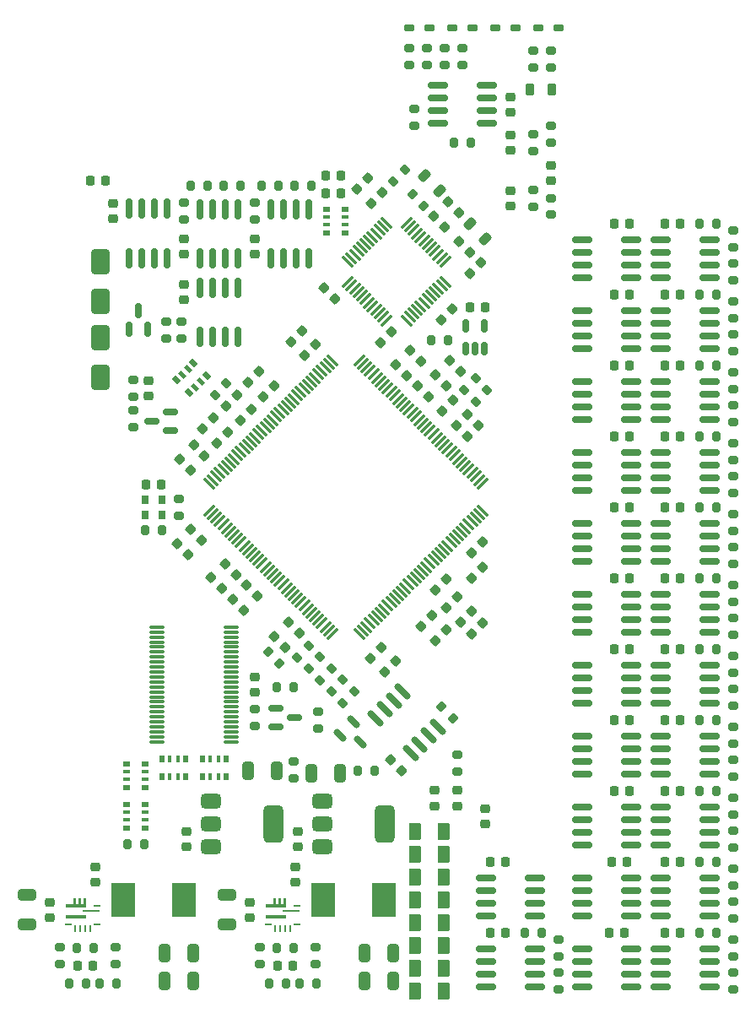
<source format=gbr>
%TF.GenerationSoftware,KiCad,Pcbnew,8.0.5*%
%TF.CreationDate,2025-02-16T21:21:17+01:00*%
%TF.ProjectId,stmbl-fpga-master,73746d62-6c2d-4667-9067-612d6d617374,rev?*%
%TF.SameCoordinates,Original*%
%TF.FileFunction,Paste,Top*%
%TF.FilePolarity,Positive*%
%FSLAX46Y46*%
G04 Gerber Fmt 4.6, Leading zero omitted, Abs format (unit mm)*
G04 Created by KiCad (PCBNEW 8.0.5) date 2025-02-16 21:21:17*
%MOMM*%
%LPD*%
G01*
G04 APERTURE LIST*
G04 Aperture macros list*
%AMRoundRect*
0 Rectangle with rounded corners*
0 $1 Rounding radius*
0 $2 $3 $4 $5 $6 $7 $8 $9 X,Y pos of 4 corners*
0 Add a 4 corners polygon primitive as box body*
4,1,4,$2,$3,$4,$5,$6,$7,$8,$9,$2,$3,0*
0 Add four circle primitives for the rounded corners*
1,1,$1+$1,$2,$3*
1,1,$1+$1,$4,$5*
1,1,$1+$1,$6,$7*
1,1,$1+$1,$8,$9*
0 Add four rect primitives between the rounded corners*
20,1,$1+$1,$2,$3,$4,$5,0*
20,1,$1+$1,$4,$5,$6,$7,0*
20,1,$1+$1,$6,$7,$8,$9,0*
20,1,$1+$1,$8,$9,$2,$3,0*%
%AMRotRect*
0 Rectangle, with rotation*
0 The origin of the aperture is its center*
0 $1 length*
0 $2 width*
0 $3 Rotation angle, in degrees counterclockwise*
0 Add horizontal line*
21,1,$1,$2,0,0,$3*%
%AMFreePoly0*
4,1,43,0.169134,1.046194,0.185355,1.035355,0.196194,1.019134,0.200000,1.000000,0.200000,0.225000,0.700000,0.225000,0.735355,0.210355,0.750000,0.175000,0.750000,0.025000,0.735355,-0.010355,0.700000,-0.025000,0.200000,-0.025000,0.200000,-0.275000,0.700000,-0.275000,0.735355,-0.289645,0.750000,-0.325000,0.750000,-0.475000,0.735355,-0.510355,0.700000,-0.525000,0.200000,-0.525000,
0.200000,-0.775000,0.700000,-0.775000,0.735355,-0.789645,0.750000,-0.825000,0.750000,-0.975000,0.735355,-1.010355,0.700000,-1.025000,0.192274,-1.025000,0.185355,-1.035355,0.169134,-1.046194,0.150000,-1.050000,-0.150000,-1.050000,-0.169134,-1.046194,-0.185355,-1.035355,-0.196194,-1.019134,-0.200000,-1.000000,-0.200000,1.000000,-0.196194,1.019134,-0.185355,1.035355,-0.169134,1.046194,
-0.150000,1.050000,0.150000,1.050000,0.169134,1.046194,0.169134,1.046194,$1*%
G04 Aperture macros list end*
%ADD10RoundRect,0.075000X0.662500X0.075000X-0.662500X0.075000X-0.662500X-0.075000X0.662500X-0.075000X0*%
%ADD11RoundRect,0.150000X-0.825000X-0.150000X0.825000X-0.150000X0.825000X0.150000X-0.825000X0.150000X0*%
%ADD12RoundRect,0.200000X-0.053033X0.335876X-0.335876X0.053033X0.053033X-0.335876X0.335876X-0.053033X0*%
%ADD13RoundRect,0.225000X0.225000X0.250000X-0.225000X0.250000X-0.225000X-0.250000X0.225000X-0.250000X0*%
%ADD14RoundRect,0.225000X-0.335876X-0.017678X-0.017678X-0.335876X0.335876X0.017678X0.017678X0.335876X0*%
%ADD15RoundRect,0.225000X0.335876X0.017678X0.017678X0.335876X-0.335876X-0.017678X-0.017678X-0.335876X0*%
%ADD16RoundRect,0.200000X-0.275000X0.200000X-0.275000X-0.200000X0.275000X-0.200000X0.275000X0.200000X0*%
%ADD17RoundRect,0.225000X-0.250000X0.225000X-0.250000X-0.225000X0.250000X-0.225000X0.250000X0.225000X0*%
%ADD18RoundRect,0.200000X-0.200000X-0.275000X0.200000X-0.275000X0.200000X0.275000X-0.200000X0.275000X0*%
%ADD19RoundRect,0.225000X-0.017678X0.335876X-0.335876X0.017678X0.017678X-0.335876X0.335876X-0.017678X0*%
%ADD20RoundRect,0.225000X-0.225000X-0.250000X0.225000X-0.250000X0.225000X0.250000X-0.225000X0.250000X0*%
%ADD21RoundRect,0.200000X-0.335876X-0.053033X-0.053033X-0.335876X0.335876X0.053033X0.053033X0.335876X0*%
%ADD22RoundRect,0.225000X0.017678X-0.335876X0.335876X-0.017678X-0.017678X0.335876X-0.335876X0.017678X0*%
%ADD23RoundRect,0.250000X-0.375000X-0.625000X0.375000X-0.625000X0.375000X0.625000X-0.375000X0.625000X0*%
%ADD24RoundRect,0.250000X0.325000X0.650000X-0.325000X0.650000X-0.325000X-0.650000X0.325000X-0.650000X0*%
%ADD25RoundRect,0.200000X0.335876X0.053033X0.053033X0.335876X-0.335876X-0.053033X-0.053033X-0.335876X0*%
%ADD26RoundRect,0.218750X-0.256250X0.218750X-0.256250X-0.218750X0.256250X-0.218750X0.256250X0.218750X0*%
%ADD27RoundRect,0.200000X0.275000X-0.200000X0.275000X0.200000X-0.275000X0.200000X-0.275000X-0.200000X0*%
%ADD28RoundRect,0.150000X-0.521491X0.309359X0.309359X-0.521491X0.521491X-0.309359X-0.309359X0.521491X0*%
%ADD29RoundRect,0.200000X0.053033X-0.335876X0.335876X-0.053033X-0.053033X0.335876X-0.335876X0.053033X0*%
%ADD30RoundRect,0.187500X0.312500X0.187500X-0.312500X0.187500X-0.312500X-0.187500X0.312500X-0.187500X0*%
%ADD31RoundRect,0.150000X0.150000X-0.825000X0.150000X0.825000X-0.150000X0.825000X-0.150000X-0.825000X0*%
%ADD32RoundRect,0.375000X-0.625000X-0.375000X0.625000X-0.375000X0.625000X0.375000X-0.625000X0.375000X0*%
%ADD33RoundRect,0.500000X-0.500000X-1.400000X0.500000X-1.400000X0.500000X1.400000X-0.500000X1.400000X0*%
%ADD34R,2.350000X3.500000*%
%ADD35RoundRect,0.250000X-0.650000X0.325000X-0.650000X-0.325000X0.650000X-0.325000X0.650000X0.325000X0*%
%ADD36R,0.500000X0.800000*%
%ADD37R,0.400000X0.800000*%
%ADD38RoundRect,0.225000X0.250000X-0.225000X0.250000X0.225000X-0.250000X0.225000X-0.250000X-0.225000X0*%
%ADD39RoundRect,0.050000X0.075000X0.250000X-0.075000X0.250000X-0.075000X-0.250000X0.075000X-0.250000X0*%
%ADD40RoundRect,0.050000X0.250000X-0.075000X0.250000X0.075000X-0.250000X0.075000X-0.250000X-0.075000X0*%
%ADD41RoundRect,0.050000X0.800000X-0.075000X0.800000X0.075000X-0.800000X0.075000X-0.800000X-0.075000X0*%
%ADD42FreePoly0,90.000000*%
%ADD43RoundRect,0.050000X1.000000X-0.150000X1.000000X0.150000X-1.000000X0.150000X-1.000000X-0.150000X0*%
%ADD44RoundRect,0.150000X0.587500X0.150000X-0.587500X0.150000X-0.587500X-0.150000X0.587500X-0.150000X0*%
%ADD45RoundRect,0.150000X-0.587500X-0.150000X0.587500X-0.150000X0.587500X0.150000X-0.587500X0.150000X0*%
%ADD46RoundRect,0.200000X0.200000X0.275000X-0.200000X0.275000X-0.200000X-0.275000X0.200000X-0.275000X0*%
%ADD47RoundRect,0.150000X0.150000X-0.512500X0.150000X0.512500X-0.150000X0.512500X-0.150000X-0.512500X0*%
%ADD48RoundRect,0.150000X0.150000X-0.587500X0.150000X0.587500X-0.150000X0.587500X-0.150000X-0.587500X0*%
%ADD49R,0.800000X0.500000*%
%ADD50R,0.800000X0.400000*%
%ADD51RoundRect,0.250000X-0.650000X1.000000X-0.650000X-1.000000X0.650000X-1.000000X0.650000X1.000000X0*%
%ADD52RotRect,0.800000X0.500000X315.000000*%
%ADD53RotRect,0.800000X0.400000X315.000000*%
%ADD54RoundRect,0.250000X0.650000X-1.000000X0.650000X1.000000X-0.650000X1.000000X-0.650000X-1.000000X0*%
%ADD55RoundRect,0.075000X-0.521491X0.415425X0.415425X-0.521491X0.521491X-0.415425X-0.415425X0.521491X0*%
%ADD56RoundRect,0.075000X-0.521491X-0.415425X-0.415425X-0.521491X0.521491X0.415425X0.415425X0.521491X0*%
%ADD57R,0.650000X0.850000*%
%ADD58RoundRect,0.150000X-0.689429X0.477297X0.477297X-0.689429X0.689429X-0.477297X-0.477297X0.689429X0*%
%ADD59RoundRect,0.075000X0.521491X-0.415425X-0.415425X0.521491X-0.521491X0.415425X0.415425X-0.521491X0*%
%ADD60RoundRect,0.075000X0.521491X0.415425X0.415425X0.521491X-0.521491X-0.415425X-0.415425X-0.521491X0*%
%ADD61RoundRect,0.218750X-0.424264X-0.114905X-0.114905X-0.424264X0.424264X0.114905X0.114905X0.424264X0*%
%ADD62RoundRect,0.218750X0.218750X0.381250X-0.218750X0.381250X-0.218750X-0.381250X0.218750X-0.381250X0*%
G04 APERTURE END LIST*
D10*
%TO.C,U2401*%
X52762500Y-102806000D03*
X52762500Y-102306000D03*
X52762500Y-101806000D03*
X52762500Y-101306000D03*
X52762500Y-100806000D03*
X52762500Y-100306000D03*
X52762500Y-99806000D03*
X52762500Y-99306000D03*
X52762500Y-98806000D03*
X52762500Y-98306000D03*
X52762500Y-97806000D03*
X52762500Y-97306000D03*
X52762500Y-96806000D03*
X52762500Y-96306000D03*
X52762500Y-95806000D03*
X52762500Y-95306000D03*
X52762500Y-94806000D03*
X52762500Y-94306000D03*
X52762500Y-93806000D03*
X52762500Y-93306000D03*
X52762500Y-92806000D03*
X52762500Y-92306000D03*
X52762500Y-91806000D03*
X52762500Y-91306000D03*
X45337500Y-91306000D03*
X45337500Y-91806000D03*
X45337500Y-92306000D03*
X45337500Y-92806000D03*
X45337500Y-93306000D03*
X45337500Y-93806000D03*
X45337500Y-94306000D03*
X45337500Y-94806000D03*
X45337500Y-95306000D03*
X45337500Y-95806000D03*
X45337500Y-96306000D03*
X45337500Y-96806000D03*
X45337500Y-97306000D03*
X45337500Y-97806000D03*
X45337500Y-98306000D03*
X45337500Y-98806000D03*
X45337500Y-99306000D03*
X45337500Y-99806000D03*
X45337500Y-100306000D03*
X45337500Y-100806000D03*
X45337500Y-101306000D03*
X45337500Y-101806000D03*
X45337500Y-102306000D03*
X45337500Y-102806000D03*
%TD*%
D11*
%TO.C,U1802*%
X95851000Y-80927000D03*
X95851000Y-82197000D03*
X95851000Y-83467000D03*
X95851000Y-84737000D03*
X100801000Y-84737000D03*
X100801000Y-83467000D03*
X100801000Y-82197000D03*
X100801000Y-80927000D03*
%TD*%
D12*
%TO.C,R116*%
X63984363Y-96599637D03*
X62817637Y-97766363D03*
%TD*%
D13*
%TO.C,C2102*%
X97831000Y-121948000D03*
X96281000Y-121948000D03*
%TD*%
D11*
%TO.C,U1102*%
X95851000Y-73815000D03*
X95851000Y-75085000D03*
X95851000Y-76355000D03*
X95851000Y-77625000D03*
X100801000Y-77625000D03*
X100801000Y-76355000D03*
X100801000Y-75085000D03*
X100801000Y-73815000D03*
%TD*%
D14*
%TO.C,C126*%
X54343992Y-87109992D03*
X55440008Y-88206008D03*
%TD*%
D15*
%TO.C,C122*%
X48455008Y-84015008D03*
X47358992Y-82918992D03*
%TD*%
D16*
%TO.C,R1903*%
X103152000Y-97501000D03*
X103152000Y-99151000D03*
%TD*%
D17*
%TO.C,C2202*%
X48034000Y-52339000D03*
X48034000Y-53889000D03*
%TD*%
D16*
%TO.C,R106*%
X75466000Y-104105000D03*
X75466000Y-105755000D03*
%TD*%
%TO.C,R609*%
X83086000Y-47463000D03*
X83086000Y-49113000D03*
%TD*%
D13*
%TO.C,C207*%
X38903000Y-125250000D03*
X37353000Y-125250000D03*
%TD*%
D18*
%TO.C,R209*%
X59655000Y-127028000D03*
X61305000Y-127028000D03*
%TD*%
D19*
%TO.C,C120*%
X74363008Y-91554992D03*
X73266992Y-92651008D03*
%TD*%
D20*
%TO.C,C608*%
X62245000Y-47780000D03*
X63795000Y-47780000D03*
%TD*%
D14*
%TO.C,C609*%
X75646987Y-52591520D03*
X76743003Y-53687536D03*
%TD*%
D21*
%TO.C,R105*%
X73866637Y-99266637D03*
X75033363Y-100433363D03*
%TD*%
D22*
%TO.C,C119*%
X68186992Y-95826008D03*
X69283008Y-94729992D03*
%TD*%
D16*
%TO.C,R1703*%
X103152000Y-69053000D03*
X103152000Y-70703000D03*
%TD*%
D23*
%TO.C,F81*%
X71272000Y-111788000D03*
X74072000Y-111788000D03*
%TD*%
D13*
%TO.C,C703*%
X78273000Y-59210000D03*
X76723000Y-59210000D03*
%TD*%
D11*
%TO.C,U1302*%
X95851000Y-102263000D03*
X95851000Y-103533000D03*
X95851000Y-104803000D03*
X95851000Y-106073000D03*
X100801000Y-106073000D03*
X100801000Y-104803000D03*
X100801000Y-103533000D03*
X100801000Y-102263000D03*
%TD*%
D24*
%TO.C,C211*%
X69067000Y-123980000D03*
X66117000Y-123980000D03*
%TD*%
D18*
%TO.C,R207*%
X36541000Y-127028000D03*
X38191000Y-127028000D03*
%TD*%
D16*
%TO.C,R1502*%
X85626000Y-122647000D03*
X85626000Y-124297000D03*
%TD*%
D13*
%TO.C,C1302*%
X97831000Y-100612000D03*
X96281000Y-100612000D03*
%TD*%
D14*
%TO.C,C123*%
X52946992Y-88506992D03*
X54043008Y-89603008D03*
%TD*%
D20*
%TO.C,C610*%
X62245000Y-46002000D03*
X63795000Y-46002000D03*
%TD*%
D25*
%TO.C,R603*%
X72108624Y-49053158D03*
X70941898Y-47886432D03*
%TD*%
D22*
%TO.C,C115*%
X66789992Y-94429008D03*
X67886008Y-93332992D03*
%TD*%
D18*
%TO.C,R2202*%
X48733000Y-47018000D03*
X50383000Y-47018000D03*
%TD*%
%TO.C,R703*%
X72863000Y-62512000D03*
X74513000Y-62512000D03*
%TD*%
D11*
%TO.C,U2002*%
X95851000Y-109375000D03*
X95851000Y-110645000D03*
X95851000Y-111915000D03*
X95851000Y-113185000D03*
X100801000Y-113185000D03*
X100801000Y-111915000D03*
X100801000Y-110645000D03*
X100801000Y-109375000D03*
%TD*%
%TO.C,U1701*%
X87977000Y-66703000D03*
X87977000Y-67973000D03*
X87977000Y-69243000D03*
X87977000Y-70513000D03*
X92927000Y-70513000D03*
X92927000Y-69243000D03*
X92927000Y-67973000D03*
X92927000Y-66703000D03*
%TD*%
D26*
%TO.C,D6*%
X73180000Y-107698499D03*
X73180000Y-109273501D03*
%TD*%
D16*
%TO.C,R111*%
X47526000Y-78451000D03*
X47526000Y-80101000D03*
%TD*%
D27*
%TO.C,R108*%
X74196000Y-34889000D03*
X74196000Y-33239000D03*
%TD*%
D16*
%TO.C,R1803*%
X103152000Y-83277000D03*
X103152000Y-84927000D03*
%TD*%
D28*
%TO.C,U101*%
X65060839Y-100801336D03*
X63717336Y-102144839D03*
X65714913Y-102798913D03*
%TD*%
D16*
%TO.C,R1203*%
X103152000Y-90389000D03*
X103152000Y-92039000D03*
%TD*%
D11*
%TO.C,U1002*%
X95851000Y-59591000D03*
X95851000Y-60861000D03*
X95851000Y-62131000D03*
X95851000Y-63401000D03*
X100801000Y-63401000D03*
X100801000Y-62131000D03*
X100801000Y-60861000D03*
X100801000Y-59591000D03*
%TD*%
D18*
%TO.C,R2303*%
X59147000Y-47018000D03*
X60797000Y-47018000D03*
%TD*%
%TO.C,R1101*%
X99787000Y-72164000D03*
X101437000Y-72164000D03*
%TD*%
D16*
%TO.C,R1103*%
X103152000Y-76165000D03*
X103152000Y-77815000D03*
%TD*%
D29*
%TO.C,R112*%
X61674637Y-96623363D03*
X62841363Y-95456637D03*
%TD*%
D27*
%TO.C,R110*%
X70640000Y-34889000D03*
X70640000Y-33239000D03*
%TD*%
D13*
%TO.C,C1401*%
X92497000Y-114836000D03*
X90947000Y-114836000D03*
%TD*%
D16*
%TO.C,R1002*%
X103152000Y-58639000D03*
X103152000Y-60289000D03*
%TD*%
D11*
%TO.C,U602*%
X73499000Y-36985000D03*
X73499000Y-38255000D03*
X73499000Y-39525000D03*
X73499000Y-40795000D03*
X78449000Y-40795000D03*
X78449000Y-39525000D03*
X78449000Y-38255000D03*
X78449000Y-36985000D03*
%TD*%
D30*
%TO.C,D1*%
X70656000Y-31219200D03*
X72656000Y-31219200D03*
%TD*%
D22*
%TO.C,C107*%
X56018972Y-68211306D03*
X57114988Y-67115290D03*
%TD*%
D31*
%TO.C,U2201*%
X42573000Y-54306000D03*
X43843000Y-54306000D03*
X45113000Y-54306000D03*
X46383000Y-54306000D03*
X46383000Y-49356000D03*
X45113000Y-49356000D03*
X43843000Y-49356000D03*
X42573000Y-49356000D03*
%TD*%
D11*
%TO.C,U1602*%
X95851000Y-52479000D03*
X95851000Y-53749000D03*
X95851000Y-55019000D03*
X95851000Y-56289000D03*
X100801000Y-56289000D03*
X100801000Y-55019000D03*
X100801000Y-53749000D03*
X100801000Y-52479000D03*
%TD*%
%TO.C,U1201*%
X87977000Y-88039000D03*
X87977000Y-89309000D03*
X87977000Y-90579000D03*
X87977000Y-91849000D03*
X92927000Y-91849000D03*
X92927000Y-90579000D03*
X92927000Y-89309000D03*
X92927000Y-88039000D03*
%TD*%
D13*
%TO.C,C2002*%
X97831000Y-107724000D03*
X96281000Y-107724000D03*
%TD*%
D32*
%TO.C,U203*%
X50726000Y-108726000D03*
X50726000Y-111026000D03*
D33*
X57026000Y-111026000D03*
D32*
X50726000Y-113326000D03*
%TD*%
D13*
%TO.C,C1202*%
X97831000Y-86388000D03*
X96281000Y-86388000D03*
%TD*%
D17*
%TO.C,C2301*%
X48034000Y-56911000D03*
X48034000Y-58461000D03*
%TD*%
D13*
%TO.C,C208*%
X58969000Y-125250000D03*
X57419000Y-125250000D03*
%TD*%
D16*
%TO.C,R1902*%
X103152000Y-94199000D03*
X103152000Y-95849000D03*
%TD*%
D17*
%TO.C,C612*%
X80800000Y-41925000D03*
X80800000Y-43475000D03*
%TD*%
%TO.C,C2401*%
X55146000Y-96281000D03*
X55146000Y-97831000D03*
%TD*%
D15*
%TO.C,C128*%
X72561028Y-68211306D03*
X71465012Y-67115290D03*
%TD*%
D20*
%TO.C,C102*%
X38623000Y-46510000D03*
X40173000Y-46510000D03*
%TD*%
D27*
%TO.C,R104*%
X47780000Y-62321000D03*
X47780000Y-60671000D03*
%TD*%
D13*
%TO.C,C1902*%
X97831000Y-93500000D03*
X96281000Y-93500000D03*
%TD*%
D16*
%TO.C,R1403*%
X103152000Y-118837000D03*
X103152000Y-120487000D03*
%TD*%
D15*
%TO.C,C137*%
X51884008Y-87444008D03*
X50787992Y-86347992D03*
%TD*%
D11*
%TO.C,U1901*%
X87977000Y-95151000D03*
X87977000Y-96421000D03*
X87977000Y-97691000D03*
X87977000Y-98961000D03*
X92927000Y-98961000D03*
X92927000Y-97691000D03*
X92927000Y-96421000D03*
X92927000Y-95151000D03*
%TD*%
D14*
%TO.C,C603*%
X74569357Y-48640208D03*
X75665373Y-49736224D03*
%TD*%
D22*
%TO.C,C129*%
X54470992Y-66743008D03*
X55567008Y-65646992D03*
%TD*%
D11*
%TO.C,U1202*%
X95851000Y-88039000D03*
X95851000Y-89309000D03*
X95851000Y-90579000D03*
X95851000Y-91849000D03*
X100801000Y-91849000D03*
X100801000Y-90579000D03*
X100801000Y-89309000D03*
X100801000Y-88039000D03*
%TD*%
D22*
%TO.C,C110*%
X76493956Y-72162618D03*
X77589972Y-71066602D03*
%TD*%
D17*
%TO.C,C206*%
X59210000Y-115331000D03*
X59210000Y-116881000D03*
%TD*%
D19*
%TO.C,C607*%
X74946951Y-59416515D03*
X73850935Y-60512531D03*
%TD*%
D15*
%TO.C,C139*%
X75793920Y-65696834D03*
X74697904Y-64600818D03*
%TD*%
%TO.C,C133*%
X69918008Y-105732008D03*
X68821992Y-104635992D03*
%TD*%
D11*
%TO.C,U1801*%
X87977000Y-80927000D03*
X87977000Y-82197000D03*
X87977000Y-83467000D03*
X87977000Y-84737000D03*
X92927000Y-84737000D03*
X92927000Y-83467000D03*
X92927000Y-82197000D03*
X92927000Y-80927000D03*
%TD*%
D34*
%TO.C,L201*%
X41961000Y-118646000D03*
X48011000Y-118646000D03*
%TD*%
D16*
%TO.C,R1402*%
X103152000Y-115535000D03*
X103152000Y-117185000D03*
%TD*%
D19*
%TO.C,C116*%
X72966008Y-90157992D03*
X71869992Y-91254008D03*
%TD*%
D22*
%TO.C,C112*%
X75416325Y-71084988D03*
X76512341Y-69988972D03*
%TD*%
D17*
%TO.C,C203*%
X34572000Y-118887000D03*
X34572000Y-120437000D03*
%TD*%
D35*
%TO.C,C202*%
X52352000Y-118187000D03*
X52352000Y-121137000D03*
%TD*%
D16*
%TO.C,R2102*%
X103152000Y-122647000D03*
X103152000Y-124297000D03*
%TD*%
%TO.C,R1802*%
X103152000Y-79975000D03*
X103152000Y-81625000D03*
%TD*%
D36*
%TO.C,RN2402*%
X52282000Y-104538000D03*
D37*
X51482000Y-104538000D03*
X50682000Y-104538000D03*
D36*
X49882000Y-104538000D03*
X49882000Y-106338000D03*
D37*
X50682000Y-106338000D03*
X51482000Y-106338000D03*
D36*
X52282000Y-106338000D03*
%TD*%
D38*
%TO.C,C614*%
X80800000Y-49063000D03*
X80800000Y-47513000D03*
%TD*%
D23*
%TO.C,F82*%
X71272000Y-114074000D03*
X74072000Y-114074000D03*
%TD*%
D29*
%TO.C,R702*%
X76152637Y-67540363D03*
X77319363Y-66373637D03*
%TD*%
D34*
%TO.C,L202*%
X62027000Y-118646000D03*
X68077000Y-118646000D03*
%TD*%
D11*
%TO.C,U1101*%
X87977000Y-73815000D03*
X87977000Y-75085000D03*
X87977000Y-76355000D03*
X87977000Y-77625000D03*
X92927000Y-77625000D03*
X92927000Y-76355000D03*
X92927000Y-75085000D03*
X92927000Y-73815000D03*
%TD*%
D24*
%TO.C,C209*%
X49001000Y-123980000D03*
X46051000Y-123980000D03*
%TD*%
D22*
%TO.C,C135*%
X49912398Y-71444198D03*
X51008414Y-70348182D03*
%TD*%
D13*
%TO.C,C1002*%
X97831000Y-57940000D03*
X96281000Y-57940000D03*
%TD*%
D39*
%TO.C,U201*%
X37124000Y-121570000D03*
X37624000Y-121570000D03*
X38124000Y-121570000D03*
X38624000Y-121570000D03*
D40*
X39274000Y-121100000D03*
D41*
X38724000Y-119800000D03*
D40*
X39274000Y-119300000D03*
D42*
X37224000Y-119220000D03*
D43*
X37224000Y-120380000D03*
D40*
X36474000Y-121100000D03*
%TD*%
D18*
%TO.C,R1701*%
X99787000Y-65052000D03*
X101437000Y-65052000D03*
%TD*%
D27*
%TO.C,R604*%
X84864000Y-35143000D03*
X84864000Y-33493000D03*
%TD*%
D16*
%TO.C,R1702*%
X103152000Y-65751000D03*
X103152000Y-67401000D03*
%TD*%
D11*
%TO.C,U1402*%
X95851000Y-116487000D03*
X95851000Y-117757000D03*
X95851000Y-119027000D03*
X95851000Y-120297000D03*
X100801000Y-120297000D03*
X100801000Y-119027000D03*
X100801000Y-117757000D03*
X100801000Y-116487000D03*
%TD*%
D22*
%TO.C,C109*%
X58788992Y-62679008D03*
X59885008Y-61582992D03*
%TD*%
D25*
%TO.C,R114*%
X57634363Y-94972363D03*
X56467637Y-93805637D03*
%TD*%
D23*
%TO.C,F61*%
X71272000Y-123218000D03*
X74072000Y-123218000D03*
%TD*%
D27*
%TO.C,R2301*%
X55146000Y-50383000D03*
X55146000Y-48733000D03*
%TD*%
D44*
%TO.C,D102*%
X46685500Y-71590000D03*
X46685500Y-69690000D03*
X44810499Y-70640000D03*
%TD*%
D23*
%TO.C,F4*%
X71272000Y-125504000D03*
X74072000Y-125504000D03*
%TD*%
D38*
%TO.C,C213*%
X48288000Y-113325000D03*
X48288000Y-111775000D03*
%TD*%
D29*
%TO.C,R601*%
X51133637Y-68048363D03*
X52300363Y-66881637D03*
%TD*%
D17*
%TO.C,C205*%
X39144000Y-115331000D03*
X39144000Y-116881000D03*
%TD*%
D45*
%TO.C,Q2401*%
X57256500Y-99408000D03*
X57256500Y-101308000D03*
X59131500Y-100358000D03*
%TD*%
D13*
%TO.C,C2101*%
X92243000Y-121948000D03*
X90693000Y-121948000D03*
%TD*%
D18*
%TO.C,R206*%
X39589000Y-127028000D03*
X41239000Y-127028000D03*
%TD*%
D36*
%TO.C,RN2401*%
X48218000Y-104538000D03*
D37*
X47418000Y-104538000D03*
X46618000Y-104538000D03*
D36*
X45818000Y-104538000D03*
X45818000Y-106338000D03*
D37*
X46618000Y-106338000D03*
X47418000Y-106338000D03*
D36*
X48218000Y-106338000D03*
%TD*%
D16*
%TO.C,R1303*%
X103152000Y-104613000D03*
X103152000Y-106263000D03*
%TD*%
D46*
%TO.C,R2404*%
X44033000Y-113058000D03*
X42383000Y-113058000D03*
%TD*%
D18*
%TO.C,R1601*%
X99787000Y-50828000D03*
X101437000Y-50828000D03*
%TD*%
D13*
%TO.C,C1501*%
X80305000Y-114836000D03*
X78755000Y-114836000D03*
%TD*%
D15*
%TO.C,C104*%
X49852008Y-82618008D03*
X48755992Y-81521992D03*
%TD*%
D13*
%TO.C,C1802*%
X97831000Y-79276000D03*
X96281000Y-79276000D03*
%TD*%
D29*
%TO.C,R115*%
X60531637Y-95480363D03*
X61698363Y-94313637D03*
%TD*%
D38*
%TO.C,C101*%
X44478000Y-68113000D03*
X44478000Y-66563000D03*
%TD*%
D11*
%TO.C,U1702*%
X95851000Y-66703000D03*
X95851000Y-67973000D03*
X95851000Y-69243000D03*
X95851000Y-70513000D03*
X100801000Y-70513000D03*
X100801000Y-69243000D03*
X100801000Y-67973000D03*
X100801000Y-66703000D03*
%TD*%
D19*
%TO.C,C701*%
X78046008Y-90919992D03*
X76949992Y-92016008D03*
%TD*%
D31*
%TO.C,U2301*%
X49685000Y-62193000D03*
X50955000Y-62193000D03*
X52225000Y-62193000D03*
X53495000Y-62193000D03*
X53495000Y-57243000D03*
X52225000Y-57243000D03*
X50955000Y-57243000D03*
X49685000Y-57243000D03*
%TD*%
D24*
%TO.C,C210*%
X49001000Y-126774000D03*
X46051000Y-126774000D03*
%TD*%
D35*
%TO.C,C201*%
X32286000Y-118187000D03*
X32286000Y-121137000D03*
%TD*%
D47*
%TO.C,U701*%
X76294001Y-63395500D03*
X77244000Y-63395500D03*
X78193999Y-63395500D03*
X78193999Y-61120500D03*
X76294001Y-61120500D03*
%TD*%
D31*
%TO.C,U2202*%
X49685000Y-54319000D03*
X50955000Y-54319000D03*
X52225000Y-54319000D03*
X53495000Y-54319000D03*
X53495000Y-49369000D03*
X52225000Y-49369000D03*
X50955000Y-49369000D03*
X49685000Y-49369000D03*
%TD*%
D27*
%TO.C,R205*%
X61242000Y-125059000D03*
X61242000Y-123409000D03*
%TD*%
D14*
%TO.C,C103*%
X57096602Y-92260007D03*
X58192618Y-93356023D03*
%TD*%
D19*
%TO.C,C121*%
X53343280Y-68013315D03*
X52247264Y-69109331D03*
%TD*%
D48*
%TO.C,Q101*%
X42512000Y-61417500D03*
X44412000Y-61417500D03*
X43462000Y-59542499D03*
%TD*%
D18*
%TO.C,R208*%
X37303000Y-123472000D03*
X38953000Y-123472000D03*
%TD*%
D27*
%TO.C,R2401*%
X55146000Y-101183000D03*
X55146000Y-99533000D03*
%TD*%
D15*
%TO.C,C134*%
X74357079Y-67133675D03*
X73261063Y-66037659D03*
%TD*%
D17*
%TO.C,C2201*%
X40922000Y-48783000D03*
X40922000Y-50333000D03*
%TD*%
%TO.C,C613*%
X80800000Y-38115000D03*
X80800000Y-39665000D03*
%TD*%
D22*
%TO.C,C117*%
X76949992Y-83888008D03*
X78046008Y-82791992D03*
%TD*%
D27*
%TO.C,R606*%
X84864000Y-42700000D03*
X84864000Y-41050000D03*
%TD*%
D23*
%TO.C,F71*%
X71272000Y-118646000D03*
X74072000Y-118646000D03*
%TD*%
D12*
%TO.C,R117*%
X65127363Y-97742637D03*
X63960637Y-98909363D03*
%TD*%
D16*
%TO.C,R1302*%
X103152000Y-101311000D03*
X103152000Y-102961000D03*
%TD*%
D13*
%TO.C,C1702*%
X97831000Y-65052000D03*
X96281000Y-65052000D03*
%TD*%
D15*
%TO.C,C604*%
X63187008Y-58357269D03*
X62090992Y-57261253D03*
%TD*%
D13*
%TO.C,C1402*%
X97831000Y-114836000D03*
X96281000Y-114836000D03*
%TD*%
D49*
%TO.C,RN2403*%
X42308000Y-105000000D03*
D50*
X42308000Y-105800000D03*
X42308000Y-106600000D03*
D49*
X42308000Y-107400000D03*
X44108000Y-107400000D03*
D50*
X44108000Y-106600000D03*
X44108000Y-105800000D03*
D49*
X44108000Y-105000000D03*
%TD*%
D16*
%TO.C,R1602*%
X103152000Y-51527000D03*
X103152000Y-53177000D03*
%TD*%
D11*
%TO.C,U1902*%
X95851000Y-95151000D03*
X95851000Y-96421000D03*
X95851000Y-97691000D03*
X95851000Y-98961000D03*
X100801000Y-98961000D03*
X100801000Y-97691000D03*
X100801000Y-96421000D03*
X100801000Y-95151000D03*
%TD*%
D22*
%TO.C,C132*%
X74338694Y-89404710D03*
X75434710Y-88308694D03*
%TD*%
D19*
%TO.C,C611*%
X77820633Y-54746782D03*
X76724617Y-55842798D03*
%TD*%
D22*
%TO.C,C130*%
X51349239Y-72881039D03*
X52445255Y-71785023D03*
%TD*%
D13*
%TO.C,C1001*%
X92751000Y-57940000D03*
X91201000Y-57940000D03*
%TD*%
D39*
%TO.C,U202*%
X57190000Y-121570000D03*
X57690000Y-121570000D03*
X58190000Y-121570000D03*
X58690000Y-121570000D03*
D40*
X59340000Y-121100000D03*
D41*
X58790000Y-119800000D03*
D40*
X59340000Y-119300000D03*
D42*
X57290000Y-119220000D03*
D43*
X57290000Y-120380000D03*
D40*
X56540000Y-121100000D03*
%TD*%
D13*
%TO.C,C2001*%
X92751000Y-107724000D03*
X91201000Y-107724000D03*
%TD*%
D14*
%TO.C,C105*%
X58533443Y-90823166D03*
X59629459Y-91919182D03*
%TD*%
D27*
%TO.C,R2402*%
X61496000Y-101437000D03*
X61496000Y-99787000D03*
%TD*%
D18*
%TO.C,R1401*%
X99787000Y-114836000D03*
X101437000Y-114836000D03*
%TD*%
D13*
%TO.C,C1201*%
X92751000Y-86388000D03*
X91201000Y-86388000D03*
%TD*%
D16*
%TO.C,R2103*%
X103152000Y-125949000D03*
X103152000Y-127599000D03*
%TD*%
D18*
%TO.C,R2203*%
X52035000Y-47018000D03*
X53685000Y-47018000D03*
%TD*%
D13*
%TO.C,C1102*%
X97831000Y-72164000D03*
X96281000Y-72164000D03*
%TD*%
D11*
%TO.C,U1502*%
X78325000Y-123599000D03*
X78325000Y-124869000D03*
X78325000Y-126139000D03*
X78325000Y-127409000D03*
X83275000Y-127409000D03*
X83275000Y-126139000D03*
X83275000Y-124869000D03*
X83275000Y-123599000D03*
%TD*%
D16*
%TO.C,R201*%
X35588000Y-123409000D03*
X35588000Y-125059000D03*
%TD*%
D29*
%TO.C,R113*%
X59388637Y-94337363D03*
X60555363Y-93170637D03*
%TD*%
D16*
%TO.C,R103*%
X46256000Y-60671000D03*
X46256000Y-62321000D03*
%TD*%
D13*
%TO.C,C1101*%
X92751000Y-72164000D03*
X91201000Y-72164000D03*
%TD*%
D32*
%TO.C,U204*%
X61902000Y-108726000D03*
X61902000Y-111026000D03*
D33*
X68202000Y-111026000D03*
D32*
X61902000Y-113326000D03*
%TD*%
D27*
%TO.C,R605*%
X83086000Y-35143000D03*
X83086000Y-33493000D03*
%TD*%
D12*
%TO.C,R602*%
X70207363Y-45418637D03*
X69040637Y-46585363D03*
%TD*%
D18*
%TO.C,R1301*%
X99787000Y-100612000D03*
X101437000Y-100612000D03*
%TD*%
D22*
%TO.C,C106*%
X60185992Y-64076008D03*
X61282008Y-62979992D03*
%TD*%
D13*
%TO.C,C136*%
X45761000Y-76990000D03*
X44211000Y-76990000D03*
%TD*%
D14*
%TO.C,C605*%
X73132516Y-50077049D03*
X74228532Y-51173065D03*
%TD*%
D18*
%TO.C,R2302*%
X55845000Y-47018000D03*
X57495000Y-47018000D03*
%TD*%
D27*
%TO.C,R204*%
X41176000Y-125059000D03*
X41176000Y-123409000D03*
%TD*%
D16*
%TO.C,R1603*%
X103152000Y-54829000D03*
X103152000Y-56479000D03*
%TD*%
D24*
%TO.C,C212*%
X69067000Y-126774000D03*
X66117000Y-126774000D03*
%TD*%
D30*
%TO.C,D3*%
X79292000Y-31219200D03*
X81292000Y-31219200D03*
%TD*%
D18*
%TO.C,R1001*%
X99787000Y-57940000D03*
X101437000Y-57940000D03*
%TD*%
D17*
%TO.C,C615*%
X84864000Y-44973000D03*
X84864000Y-46523000D03*
%TD*%
D51*
%TO.C,D103*%
X39652000Y-62289999D03*
X39652000Y-66290001D03*
%TD*%
D30*
%TO.C,D2*%
X74974000Y-31219200D03*
X76974000Y-31219200D03*
%TD*%
D31*
%TO.C,U2302*%
X56797000Y-54319000D03*
X58067000Y-54319000D03*
X59337000Y-54319000D03*
X60607000Y-54319000D03*
X60607000Y-49369000D03*
X59337000Y-49369000D03*
X58067000Y-49369000D03*
X56797000Y-49369000D03*
%TD*%
D52*
%TO.C,RN601*%
X49008132Y-64837076D03*
D53*
X48442447Y-65402761D03*
X47876761Y-65968447D03*
D52*
X47311076Y-66534132D03*
X48583868Y-67806924D03*
D53*
X49149553Y-67241239D03*
X49715239Y-66675553D03*
D52*
X50280924Y-66109868D03*
%TD*%
D16*
%TO.C,R610*%
X71148000Y-39335000D03*
X71148000Y-40985000D03*
%TD*%
D46*
%TO.C,R611*%
X76799000Y-42700000D03*
X75149000Y-42700000D03*
%TD*%
D19*
%TO.C,C606*%
X68902008Y-61709992D03*
X67805992Y-62806008D03*
%TD*%
D46*
%TO.C,R2403*%
X59019000Y-97310000D03*
X57369000Y-97310000D03*
%TD*%
D11*
%TO.C,U1301*%
X87977000Y-102263000D03*
X87977000Y-103533000D03*
X87977000Y-104803000D03*
X87977000Y-106073000D03*
X92927000Y-106073000D03*
X92927000Y-104803000D03*
X92927000Y-103533000D03*
X92927000Y-102263000D03*
%TD*%
D38*
%TO.C,C215*%
X59464000Y-113325000D03*
X59464000Y-111775000D03*
%TD*%
D16*
%TO.C,R101*%
X42954000Y-69561000D03*
X42954000Y-71211000D03*
%TD*%
D54*
%TO.C,D101*%
X39652000Y-58670001D03*
X39652000Y-54669999D03*
%TD*%
D11*
%TO.C,U1601*%
X87977000Y-52479000D03*
X87977000Y-53749000D03*
X87977000Y-55019000D03*
X87977000Y-56289000D03*
X92927000Y-56289000D03*
X92927000Y-55019000D03*
X92927000Y-53749000D03*
X92927000Y-52479000D03*
%TD*%
D18*
%TO.C,R2101*%
X99787000Y-121948000D03*
X101437000Y-121948000D03*
%TD*%
D23*
%TO.C,F9*%
X71272000Y-127790000D03*
X74072000Y-127790000D03*
%TD*%
D55*
%TO.C,U1*%
X62937658Y-64533290D03*
X62584105Y-64886843D03*
X62230551Y-65240396D03*
X61876998Y-65593950D03*
X61523445Y-65947503D03*
X61169891Y-66301057D03*
X60816338Y-66654610D03*
X60462785Y-67008163D03*
X60109231Y-67361717D03*
X59755678Y-67715270D03*
X59402124Y-68068824D03*
X59048571Y-68422377D03*
X58695018Y-68775930D03*
X58341464Y-69129484D03*
X57987911Y-69483037D03*
X57634357Y-69836590D03*
X57280804Y-70190144D03*
X56927251Y-70543697D03*
X56573697Y-70897251D03*
X56220144Y-71250804D03*
X55866590Y-71604357D03*
X55513037Y-71957911D03*
X55159484Y-72311464D03*
X54805930Y-72665018D03*
X54452377Y-73018571D03*
X54098824Y-73372124D03*
X53745270Y-73725678D03*
X53391717Y-74079231D03*
X53038163Y-74432785D03*
X52684610Y-74786338D03*
X52331057Y-75139891D03*
X51977503Y-75493445D03*
X51623950Y-75846998D03*
X51270396Y-76200551D03*
X50916843Y-76554105D03*
X50563290Y-76907658D03*
D56*
X50563290Y-79612342D03*
X50916843Y-79965895D03*
X51270396Y-80319449D03*
X51623950Y-80673002D03*
X51977503Y-81026555D03*
X52331057Y-81380109D03*
X52684610Y-81733662D03*
X53038163Y-82087215D03*
X53391717Y-82440769D03*
X53745270Y-82794322D03*
X54098824Y-83147876D03*
X54452377Y-83501429D03*
X54805930Y-83854982D03*
X55159484Y-84208536D03*
X55513037Y-84562089D03*
X55866590Y-84915643D03*
X56220144Y-85269196D03*
X56573697Y-85622749D03*
X56927251Y-85976303D03*
X57280804Y-86329856D03*
X57634357Y-86683410D03*
X57987911Y-87036963D03*
X58341464Y-87390516D03*
X58695018Y-87744070D03*
X59048571Y-88097623D03*
X59402124Y-88451176D03*
X59755678Y-88804730D03*
X60109231Y-89158283D03*
X60462785Y-89511837D03*
X60816338Y-89865390D03*
X61169891Y-90218943D03*
X61523445Y-90572497D03*
X61876998Y-90926050D03*
X62230551Y-91279604D03*
X62584105Y-91633157D03*
X62937658Y-91986710D03*
D55*
X65642342Y-91986710D03*
X65995895Y-91633157D03*
X66349449Y-91279604D03*
X66703002Y-90926050D03*
X67056555Y-90572497D03*
X67410109Y-90218943D03*
X67763662Y-89865390D03*
X68117215Y-89511837D03*
X68470769Y-89158283D03*
X68824322Y-88804730D03*
X69177876Y-88451176D03*
X69531429Y-88097623D03*
X69884982Y-87744070D03*
X70238536Y-87390516D03*
X70592089Y-87036963D03*
X70945643Y-86683410D03*
X71299196Y-86329856D03*
X71652749Y-85976303D03*
X72006303Y-85622749D03*
X72359856Y-85269196D03*
X72713410Y-84915643D03*
X73066963Y-84562089D03*
X73420516Y-84208536D03*
X73774070Y-83854982D03*
X74127623Y-83501429D03*
X74481176Y-83147876D03*
X74834730Y-82794322D03*
X75188283Y-82440769D03*
X75541837Y-82087215D03*
X75895390Y-81733662D03*
X76248943Y-81380109D03*
X76602497Y-81026555D03*
X76956050Y-80673002D03*
X77309604Y-80319449D03*
X77663157Y-79965895D03*
X78016710Y-79612342D03*
D56*
X78016710Y-76907658D03*
X77663157Y-76554105D03*
X77309604Y-76200551D03*
X76956050Y-75846998D03*
X76602497Y-75493445D03*
X76248943Y-75139891D03*
X75895390Y-74786338D03*
X75541837Y-74432785D03*
X75188283Y-74079231D03*
X74834730Y-73725678D03*
X74481176Y-73372124D03*
X74127623Y-73018571D03*
X73774070Y-72665018D03*
X73420516Y-72311464D03*
X73066963Y-71957911D03*
X72713410Y-71604357D03*
X72359856Y-71250804D03*
X72006303Y-70897251D03*
X71652749Y-70543697D03*
X71299196Y-70190144D03*
X70945643Y-69836590D03*
X70592089Y-69483037D03*
X70238536Y-69129484D03*
X69884982Y-68775930D03*
X69531429Y-68422377D03*
X69177876Y-68068824D03*
X68824322Y-67715270D03*
X68470769Y-67361717D03*
X68117215Y-67008163D03*
X67763662Y-66654610D03*
X67410109Y-66301057D03*
X67056555Y-65947503D03*
X66703002Y-65593950D03*
X66349449Y-65240396D03*
X65995895Y-64886843D03*
X65642342Y-64533290D03*
%TD*%
D16*
%TO.C,R2002*%
X103152000Y-108423000D03*
X103152000Y-110073000D03*
%TD*%
D18*
%TO.C,R1501*%
X82261000Y-121948000D03*
X83911000Y-121948000D03*
%TD*%
D13*
%TO.C,C1601*%
X92751000Y-50828000D03*
X91201000Y-50828000D03*
%TD*%
D16*
%TO.C,R102*%
X42954000Y-66513000D03*
X42954000Y-68163000D03*
%TD*%
D22*
%TO.C,C113*%
X73979484Y-69648147D03*
X75075500Y-68552131D03*
%TD*%
D18*
%TO.C,R1801*%
X99787000Y-79276000D03*
X101437000Y-79276000D03*
%TD*%
D11*
%TO.C,U1001*%
X87977000Y-59591000D03*
X87977000Y-60861000D03*
X87977000Y-62131000D03*
X87977000Y-63401000D03*
X92927000Y-63401000D03*
X92927000Y-62131000D03*
X92927000Y-60861000D03*
X92927000Y-59591000D03*
%TD*%
D13*
%TO.C,C1701*%
X92751000Y-65052000D03*
X91201000Y-65052000D03*
%TD*%
D16*
%TO.C,R2003*%
X103152000Y-111725000D03*
X103152000Y-113375000D03*
%TD*%
D11*
%TO.C,U1401*%
X87977000Y-116487000D03*
X87977000Y-117757000D03*
X87977000Y-119027000D03*
X87977000Y-120297000D03*
X92927000Y-120297000D03*
X92927000Y-119027000D03*
X92927000Y-117757000D03*
X92927000Y-116487000D03*
%TD*%
D13*
%TO.C,C1602*%
X97831000Y-50828000D03*
X96281000Y-50828000D03*
%TD*%
D11*
%TO.C,U1501*%
X78325000Y-116487000D03*
X78325000Y-117757000D03*
X78325000Y-119027000D03*
X78325000Y-120297000D03*
X83275000Y-120297000D03*
X83275000Y-119027000D03*
X83275000Y-117757000D03*
X83275000Y-116487000D03*
%TD*%
D15*
%TO.C,C108*%
X50110388Y-74138275D03*
X49014372Y-73042259D03*
%TD*%
D22*
%TO.C,C601*%
X65409495Y-47401357D03*
X66505511Y-46305341D03*
%TD*%
D13*
%TO.C,C1801*%
X92751000Y-79276000D03*
X91201000Y-79276000D03*
%TD*%
D18*
%TO.C,R1901*%
X99787000Y-93500000D03*
X101437000Y-93500000D03*
%TD*%
D13*
%TO.C,C1301*%
X92751000Y-100612000D03*
X91201000Y-100612000D03*
%TD*%
D27*
%TO.C,R2201*%
X48034001Y-50383000D03*
X48034001Y-48733000D03*
%TD*%
D46*
%TO.C,R118*%
X45811000Y-81562000D03*
X44161000Y-81562000D03*
%TD*%
D16*
%TO.C,R1003*%
X103152000Y-61941000D03*
X103152000Y-63591000D03*
%TD*%
D57*
%TO.C,U103*%
X45811000Y-78501000D03*
X44161000Y-78501000D03*
X44161000Y-80051000D03*
X45811000Y-80051000D03*
%TD*%
D22*
%TO.C,C127*%
X73261063Y-87608659D03*
X74357079Y-86512643D03*
%TD*%
D23*
%TO.C,F62*%
X71272000Y-120932000D03*
X74072000Y-120932000D03*
%TD*%
D18*
%TO.C,R1201*%
X99787000Y-86388000D03*
X101437000Y-86388000D03*
%TD*%
D49*
%TO.C,RN2404*%
X42308000Y-109064000D03*
D50*
X42308000Y-109864000D03*
X42308000Y-110664000D03*
D49*
X42308000Y-111464000D03*
X44108000Y-111464000D03*
D50*
X44108000Y-110664000D03*
X44108000Y-109864000D03*
D49*
X44108000Y-109064000D03*
%TD*%
D13*
%TO.C,C1502*%
X80305000Y-121948000D03*
X78755000Y-121948000D03*
%TD*%
D58*
%TO.C,U102*%
X69982949Y-97768872D03*
X69084924Y-98666898D03*
X68186898Y-99564924D03*
X67288872Y-100462949D03*
X70789051Y-103963128D03*
X71687076Y-103065102D03*
X72585102Y-102167076D03*
X73483128Y-101269051D03*
%TD*%
D19*
%TO.C,C124*%
X54780121Y-69450156D03*
X53684105Y-70546172D03*
%TD*%
D11*
%TO.C,U2001*%
X87977000Y-109375000D03*
X87977000Y-110645000D03*
X87977000Y-111915000D03*
X87977000Y-113185000D03*
X92927000Y-113185000D03*
X92927000Y-111915000D03*
X92927000Y-110645000D03*
X92927000Y-109375000D03*
%TD*%
D15*
%TO.C,C111*%
X71842608Y-64619203D03*
X70746592Y-63523187D03*
%TD*%
D24*
%TO.C,C214*%
X57383000Y-105692000D03*
X54433000Y-105692000D03*
%TD*%
D17*
%TO.C,C204*%
X54638000Y-118887000D03*
X54638000Y-120437000D03*
%TD*%
D16*
%TO.C,R1102*%
X103152000Y-72863000D03*
X103152000Y-74513000D03*
%TD*%
D18*
%TO.C,R2001*%
X99787000Y-107724000D03*
X101437000Y-107724000D03*
%TD*%
D17*
%TO.C,C702*%
X78260000Y-109489000D03*
X78260000Y-111039000D03*
%TD*%
D15*
%TO.C,C114*%
X70405767Y-66056044D03*
X69309751Y-64960028D03*
%TD*%
D27*
%TO.C,R107*%
X72418000Y-34889000D03*
X72418000Y-33239000D03*
%TD*%
%TO.C,R109*%
X75974000Y-34889000D03*
X75974000Y-33239000D03*
%TD*%
D16*
%TO.C,R608*%
X84864000Y-48288000D03*
X84864000Y-49938000D03*
%TD*%
%TO.C,R203*%
X55654000Y-123409000D03*
X55654000Y-125059000D03*
%TD*%
D59*
%TO.C,U601*%
X70368788Y-60541876D03*
X70722342Y-60188322D03*
X71075895Y-59834769D03*
X71429449Y-59481215D03*
X71783002Y-59127662D03*
X72136555Y-58774109D03*
X72490109Y-58420555D03*
X72843662Y-58067002D03*
X73197215Y-57713449D03*
X73550769Y-57359895D03*
X73904322Y-57006342D03*
X74257876Y-56652788D03*
D60*
X74257876Y-54655212D03*
X73904322Y-54301658D03*
X73550769Y-53948105D03*
X73197215Y-53594551D03*
X72843662Y-53240998D03*
X72490109Y-52887445D03*
X72136555Y-52533891D03*
X71783002Y-52180338D03*
X71429449Y-51826785D03*
X71075895Y-51473231D03*
X70722342Y-51119678D03*
X70368788Y-50766124D03*
D59*
X68371212Y-50766124D03*
X68017658Y-51119678D03*
X67664105Y-51473231D03*
X67310551Y-51826785D03*
X66956998Y-52180338D03*
X66603445Y-52533891D03*
X66249891Y-52887445D03*
X65896338Y-53240998D03*
X65542785Y-53594551D03*
X65189231Y-53948105D03*
X64835678Y-54301658D03*
X64482124Y-54655212D03*
D60*
X64482124Y-56652788D03*
X64835678Y-57006342D03*
X65189231Y-57359895D03*
X65542785Y-57713449D03*
X65896338Y-58067002D03*
X66249891Y-58420555D03*
X66603445Y-58774109D03*
X66956998Y-59127662D03*
X67310551Y-59481215D03*
X67664105Y-59834769D03*
X68017658Y-60188322D03*
X68371212Y-60541876D03*
%TD*%
D11*
%TO.C,U2102*%
X95851000Y-123599000D03*
X95851000Y-124869000D03*
X95851000Y-126139000D03*
X95851000Y-127409000D03*
X100801000Y-127409000D03*
X100801000Y-126139000D03*
X100801000Y-124869000D03*
X100801000Y-123599000D03*
%TD*%
D16*
%TO.C,R1503*%
X85626000Y-125949000D03*
X85626000Y-127599000D03*
%TD*%
D11*
%TO.C,U2101*%
X87977000Y-123599000D03*
X87977000Y-124869000D03*
X87977000Y-126139000D03*
X87977000Y-127409000D03*
X92927000Y-127409000D03*
X92927000Y-126139000D03*
X92927000Y-124869000D03*
X92927000Y-123599000D03*
%TD*%
D29*
%TO.C,R701*%
X77295637Y-68683363D03*
X78462363Y-67516637D03*
%TD*%
D17*
%TO.C,C2302*%
X55146000Y-52339000D03*
X55146000Y-53889000D03*
%TD*%
D18*
%TO.C,R210*%
X56607000Y-127028000D03*
X58257000Y-127028000D03*
%TD*%
%TO.C,R202*%
X65497000Y-105692000D03*
X67147000Y-105692000D03*
%TD*%
D16*
%TO.C,R212*%
X59083000Y-104804000D03*
X59083000Y-106454000D03*
%TD*%
D15*
%TO.C,C131*%
X53281008Y-86047008D03*
X52184992Y-84950992D03*
%TD*%
%TO.C,C125*%
X48673547Y-75575116D03*
X47577531Y-74479100D03*
%TD*%
D22*
%TO.C,C118*%
X76949992Y-86428008D03*
X78046008Y-85331992D03*
%TD*%
D23*
%TO.C,F72*%
X71272000Y-116360000D03*
X74072000Y-116360000D03*
%TD*%
D13*
%TO.C,C1901*%
X92751000Y-93500000D03*
X91201000Y-93500000D03*
%TD*%
D49*
%TO.C,RN602*%
X62374000Y-49374000D03*
D50*
X62374000Y-50174000D03*
X62374000Y-50974000D03*
D49*
X62374000Y-51774000D03*
X64174000Y-51774000D03*
D50*
X64174000Y-50974000D03*
X64174000Y-50174000D03*
D49*
X64174000Y-49374000D03*
%TD*%
D26*
%TO.C,D5*%
X75466000Y-107698499D03*
X75466000Y-109273501D03*
%TD*%
D30*
%TO.C,D4*%
X83610000Y-31219200D03*
X85610000Y-31219200D03*
%TD*%
D18*
%TO.C,R211*%
X57369000Y-123472000D03*
X59019000Y-123472000D03*
%TD*%
D22*
%TO.C,C602*%
X66846336Y-48838198D03*
X67942352Y-47742182D03*
%TD*%
D24*
%TO.C,C216*%
X63733000Y-105946000D03*
X60783000Y-105946000D03*
%TD*%
D16*
%TO.C,R1202*%
X103152000Y-87087000D03*
X103152000Y-88737000D03*
%TD*%
D22*
%TO.C,C138*%
X75775535Y-90841551D03*
X76871551Y-89745535D03*
%TD*%
D27*
%TO.C,R607*%
X83086000Y-43525000D03*
X83086000Y-41875000D03*
%TD*%
D61*
%TO.C,L601*%
X72174699Y-46012699D03*
X73677301Y-47515301D03*
%TD*%
%TO.C,L602*%
X76746699Y-50838699D03*
X78249301Y-52341301D03*
%TD*%
D62*
%TO.C,L603*%
X82785500Y-37366000D03*
X84910500Y-37366000D03*
%TD*%
M02*

</source>
